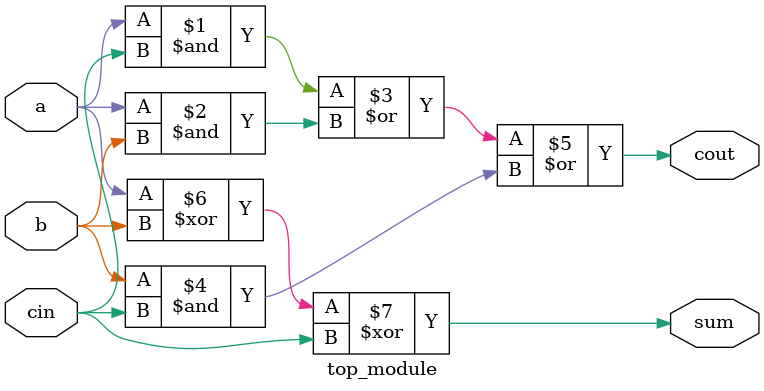
<source format=v>
module top_module( 
    input a, b, cin,
    output cout, sum );

    assign cout = a&cin | a&b | b&cin;
    assign sum = a ^ b ^ cin;

endmodule

</source>
